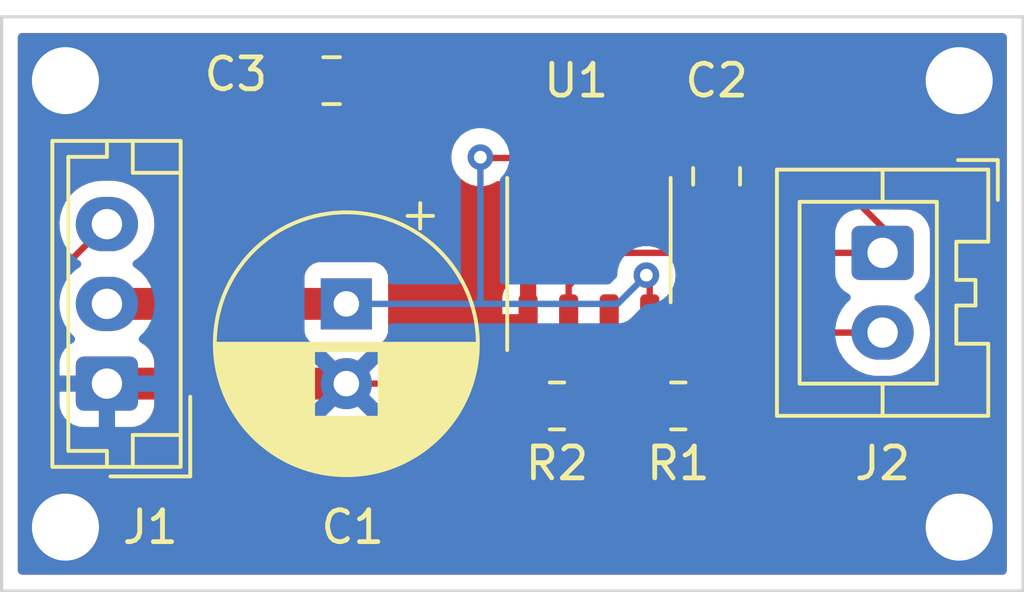
<source format=kicad_pcb>
(kicad_pcb (version 20211014) (generator pcbnew)
  (layers (0 "F.Cu" signal) (31 "B.Cu" signal) (34 "B.Paste" user) (35 "F.Paste" user) (36 "B.SilkS" user "B.Silkscreen") (37 "F.SilkS" user "F.Silkscreen") (38 "B.Mask" user) (39 "F.Mask" user) (44 "Edge.Cuts" user))
  (net 0 "")
  (net 1 "VIN")
  (net 2 "GND")
  (net 3 "Net-(C2-Pad2)")
  (net 4 "Net-(C3-Pad1)")
  (net 5 "OUT")
  (net 6 "Net-(J2-Pad2)")
  (net 7 "Net-(R1-Pad1)")
  (footprint "Resistor_SMD:R_0805_2012Metric" (layer "F.Cu") (at 60.2 39.2)
    (fp_text reference "R1" (at 0 1.8) (layer "F.SilkS"))
    (fp_text value "1k")
    (fp_line (start -0.227064 -0.735) (end 0.227064 -0.735) (layer "F.SilkS") (width 0.12))
    (fp_line (start -0.227064 0.735) (end 0.227064 0.735) (layer "F.SilkS") (width 0.12))
    (pad "1" smd roundrect (at -0.9125 0) (size 1.025 1.4) (layers "F.Cu" "F.Paste" "F.Mask") (roundrect_rratio 0.243902439) (net 7 "Net-(R1-Pad1)"))
    (pad "2" smd roundrect (at 0.9125 0) (size 1.025 1.4) (layers "F.Cu" "F.Paste" "F.Mask") (roundrect_rratio 0.243902439) (net 6 "Net-(J2-Pad2)"))
  )
  (footprint "Capacitor_SMD:C_0805_2012Metric" (layer "F.Cu") (at 61.4 32 90)
    (fp_text reference "C2" (at 3 0 180) (layer "F.SilkS"))
    (fp_text value "100n")
    (fp_line (start -0.261252 0.735) (end 0.261252 0.735) (layer "F.SilkS") (width 0.12))
    (fp_line (start -0.261252 -0.735) (end 0.261252 -0.735) (layer "F.SilkS") (width 0.12))
    (pad "1" smd roundrect (at -0.95 0 90) (size 1 1.45) (layers "F.Cu" "F.Paste" "F.Mask") (net 2 "GND"))
    (pad "2" smd roundrect (at 0.95 0 90) (size 1 1.45) (layers "F.Cu" "F.Paste" "F.Mask") (net 3 "Net-(C2-Pad2)"))
  )
  (footprint "Resistor_SMD:R_0805_2012Metric" (layer "F.Cu") (at 56.4 39.2 180)
    (fp_text reference "R2" (at 0 -1.8) (layer "F.SilkS"))
    (fp_text value "1k")
    (fp_line (start -0.227064 0.735) (end 0.227064 0.735) (layer "F.SilkS") (width 0.12))
    (fp_line (start -0.227064 -0.735) (end 0.227064 -0.735) (layer "F.SilkS") (width 0.12))
    (pad "1" smd roundrect (at -0.9125 0 180) (size 1.025 1.4) (layers "F.Cu" "F.Paste" "F.Mask") (roundrect_rratio 0.243902439) (net 7 "Net-(R1-Pad1)"))
    (pad "2" smd roundrect (at 0.9125 0 180) (size 1.025 1.4) (layers "F.Cu" "F.Paste" "F.Mask") (roundrect_rratio 0.243902439) (net 5 "OUT"))
  )
  (footprint "Package_SO:SO-8_3.9x4.9mm_P1.27mm" (layer "F.Cu") (at 57.4 34 90)
    (fp_text reference "U1" (at 5 -0.4 180) (layer "F.SilkS"))
    (fp_text value "TLC555xP")
    (fp_line (start 0 2.56) (end 1.95 2.56) (layer "F.SilkS") (width 0.12))
    (fp_line (start 0 -2.56) (end 1.95 -2.56) (layer "F.SilkS") (width 0.12))
    (fp_line (start 0 2.56) (end -1.95 2.56) (layer "F.SilkS") (width 0.12))
    (fp_line (start 0 -2.56) (end -3.45 -2.56) (layer "F.SilkS") (width 0.12))
    (pad "1" smd roundrect (at -2.575 -1.905 90) (size 1.75 0.6) (layers "F.Cu" "F.Paste" "F.Mask") (net 2 "GND"))
    (pad "2" smd roundrect (at -2.575 -0.635 90) (size 1.75 0.6) (layers "F.Cu" "F.Paste" "F.Mask") (net 4 "Net-(C3-Pad1)"))
    (pad "3" smd roundrect (at -2.575 0.635 90) (size 1.75 0.6) (layers "F.Cu" "F.Paste" "F.Mask") (net 7 "Net-(R1-Pad1)"))
    (pad "4" smd roundrect (at -2.575 1.905 90) (size 1.75 0.6) (layers "F.Cu" "F.Paste" "F.Mask") (net 1 "VIN"))
    (pad "5" smd roundrect (at 2.575 1.905 90) (size 1.75 0.6) (layers "F.Cu" "F.Paste" "F.Mask") (net 3 "Net-(C2-Pad2)"))
    (pad "6" smd roundrect (at 2.575 0.635 90) (size 1.75 0.6) (layers "F.Cu" "F.Paste" "F.Mask") (net 4 "Net-(C3-Pad1)"))
    (pad "7" smd roundrect (at 2.575 -0.635 90) (size 1.75 0.6) (layers "F.Cu" "F.Paste" "F.Mask"))
    (pad "8" smd roundrect (at 2.575 -1.905 90) (size 1.75 0.6) (layers "F.Cu" "F.Paste" "F.Mask") (net 1 "VIN"))
  )
  (footprint "Connector_JST:JST_XA_B02B-XASK-1_1x02_P2.50mm_Vertical" (layer "F.Cu") (at 66.6 34.4 -90)
    (fp_text reference "J2" (at 6.6 0 180) (layer "F.SilkS"))
    (fp_text value "Conn_01x02_Male")
    (fp_line (start 1.65 -2.31) (end 1.65 -2.91) (layer "F.SilkS") (width 0.12))
    (fp_line (start 2.85 -3.31) (end 2.85 -2.31) (layer "F.SilkS") (width 0.12))
    (fp_line (start -1.66 -3.61) (end -2.91 -3.61) (layer "F.SilkS") (width 0.12))
    (fp_line (start 0.85 -2.31) (end -0.35 -2.31) (layer "F.SilkS") (width 0.12))
    (fp_line (start 4.1 -1.7) (end -1.6 -1.7) (layer "F.SilkS") (width 0.12))
    (fp_line (start 1.65 -2.91) (end 0.85 -2.91) (layer "F.SilkS") (width 0.12))
    (fp_line (start -2.91 -3.61) (end -2.91 -2.36) (layer "F.SilkS") (width 0.12))
    (fp_line (start -1.6 -1.7) (end -1.6 2.6) (layer "F.SilkS") (width 0.12))
    (fp_line (start -0.35 -2.31) (end -0.35 -3.31) (layer "F.SilkS") (width 0.12))
    (fp_line (start 5.11 -3.31) (end 2.85 -3.31) (layer "F.SilkS") (width 0.12))
    (fp_line (start -1.6 2.6) (end 4.1 2.6) (layer "F.SilkS") (width 0.12))
    (fp_line (start 0.85 -2.91) (end 0.85 -2.31) (layer "F.SilkS") (width 0.12))
    (fp_line (start -2.61 0) (end -1.6 0) (layer "F.SilkS") (width 0.12))
    (fp_line (start 5.11 3.31) (end 5.11 -3.31) (layer "F.SilkS") (width 0.12))
    (fp_line (start 2.85 -2.31) (end 1.65 -2.31) (layer "F.SilkS") (width 0.12))
    (fp_line (start 5.11 0) (end 4.1 0) (layer "F.SilkS") (width 0.12))
    (fp_line (start -2.61 -3.31) (end -2.61 3.31) (layer "F.SilkS") (width 0.12))
    (fp_line (start 4.1 2.6) (end 4.1 -1.7) (layer "F.SilkS") (width 0.12))
    (fp_line (start -2.61 3.31) (end 5.11 3.31) (layer "F.SilkS") (width 0.12))
    (fp_line (start -0.35 -3.31) (end -2.61 -3.31) (layer "F.SilkS") (width 0.12))
    (pad "1" thru_hole roundrect (at 0 0 270) (size 1.7 1.95) (drill 0.95) (layers *.Cu *.Mask) (roundrect_rratio 0.1470588235) (net 4 "Net-(C3-Pad1)"))
    (pad "2" thru_hole oval (at 2.5 0 270) (size 1.7 1.95) (drill 0.95) (layers *.Cu *.Mask) (net 6 "Net-(J2-Pad2)"))
  )
  (footprint "Capacitor_SMD:C_0805_2012Metric" (layer "F.Cu") (at 49.338748 29 180)
    (fp_text reference "C3" (at 3 0.2) (layer "F.SilkS"))
    (fp_text value "C")
    (fp_line (start -0.261252 0.735) (end 0.261252 0.735) (layer "F.SilkS") (width 0.12))
    (fp_line (start -0.261252 -0.735) (end 0.261252 -0.735) (layer "F.SilkS") (width 0.12))
    (pad "1" smd roundrect (at -0.95 0 180) (size 1 1.45) (layers "F.Cu" "F.Paste" "F.Mask") (net 4 "Net-(C3-Pad1)"))
    (pad "2" smd roundrect (at 0.95 0 180) (size 1 1.45) (layers "F.Cu" "F.Paste" "F.Mask") (net 2 "GND"))
  )
  (footprint "Connector_JST:JST_EH_B3B-EH-A_1x03_P2.50mm_Vertical" (layer "F.Cu") (at 42.3 38.5 90)
    (fp_text reference "J1" (at -4.5 1.36 180) (layer "F.SilkS"))
    (fp_text value "Conn_01x03_Male")
    (fp_line (start -2.11 -1.21) (end 7.11 -1.21) (layer "F.SilkS") (width 0.12))
    (fp_line (start 7.11 0) (end 7.61 0) (layer "F.SilkS") (width 0.12))
    (fp_line (start -2.61 0) (end -2.11 0) (layer "F.SilkS") (width 0.12))
    (fp_line (start 6.61 0.81) (end 6.61 2.31) (layer "F.SilkS") (width 0.12))
    (fp_line (start 7.61 -1.71) (end -2.61 -1.71) (layer "F.SilkS") (width 0.12))
    (fp_line (start -2.61 -1.71) (end -2.61 2.31) (layer "F.SilkS") (width 0.12))
    (fp_line (start -2.11 0) (end -2.11 -1.21) (layer "F.SilkS") (width 0.12))
    (fp_line (start -2.61 2.31) (end 7.61 2.31) (layer "F.SilkS") (width 0.12))
    (fp_line (start 7.61 0.81) (end 6.61 0.81) (layer "F.SilkS") (width 0.12))
    (fp_line (start -2.61 0.81) (end -1.61 0.81) (layer "F.SilkS") (width 0.12))
    (fp_line (start 7.61 2.31) (end 7.61 -1.71) (layer "F.SilkS") (width 0.12))
    (fp_line (start -2.91 2.61) (end -0.41 2.61) (layer "F.SilkS") (width 0.12))
    (fp_line (start -2.91 0.11) (end -2.91 2.61) (layer "F.SilkS") (width 0.12))
    (fp_line (start -1.61 0.81) (end -1.61 2.31) (layer "F.SilkS") (width 0.12))
    (fp_line (start 7.11 -1.21) (end 7.11 0) (layer "F.SilkS") (width 0.12))
    (pad "1" thru_hole roundrect (at 0 0 90) (size 1.7 1.95) (drill 0.95) (layers *.Cu *.Mask) (roundrect_rratio 0.1470588235) (net 2 "GND"))
    (pad "2" thru_hole oval (at 2.5 0 90) (size 1.7 1.95) (drill 0.95) (layers *.Cu *.Mask) (net 1 "VIN"))
    (pad "3" thru_hole oval (at 5 0 90) (size 1.7 1.95) (drill 0.95) (layers *.Cu *.Mask) (net 5 "OUT"))
  )
  (footprint "Capacitor_THT:CP_Radial_D8.0mm_P2.50mm" (layer "F.Cu") (at 49.8 36 -90)
    (fp_text reference "C1" (at 7 -0.2 180) (layer "F.SilkS"))
    (fp_text value "C_Polarized")
    (fp_line (start 5.011 -1.645) (end 5.011 1.645) (layer "F.SilkS") (width 0.12))
    (fp_line (start 4.691 -2.228) (end 4.691 2.228) (layer "F.SilkS") (width 0.12))
    (fp_line (start 4.211 -2.826) (end 4.211 2.826) (layer "F.SilkS") (width 0.12))
    (fp_line (start 3.051 -3.666) (end 3.051 -1.04) (layer "F.SilkS") (width 0.12))
    (fp_line (start 2.371 1.04) (end 2.371 3.925) (layer "F.SilkS") (width 0.12))
    (fp_line (start 2.611 -3.85) (end 2.611 -1.04) (layer "F.SilkS") (width 0.12))
    (fp_line (start 4.011 -3.019) (end 4.011 3.019) (layer "F.SilkS") (width 0.12))
    (fp_line (start 2.091 -3.994) (end 2.091 -1.04) (layer "F.SilkS") (width 0.12))
    (fp_line (start 2.971 1.04) (end 2.971 3.704) (layer "F.SilkS") (width 0.12))
    (fp_line (start 3.651 -3.309) (end 3.651 3.309) (layer "F.SilkS") (width 0.12))
    (fp_line (start 5.291 -0.768) (end 5.291 0.768) (layer "F.SilkS") (width 0.12))
    (fp_line (start 3.771 -3.22) (end 3.771 3.22) (layer "F.SilkS") (width 0.12))
    (fp_line (start 3.291 1.04) (end 3.291 3.54) (layer "F.SilkS") (width 0.12))
    (fp_line (start 1.85 -4.037) (end 1.85 -1.04) (layer "F.SilkS") (width 0.12))
    (fp_line (start 2.131 1.04) (end 2.131 3.985) (layer "F.SilkS") (width 0.12))
    (fp_line (start 3.491 -3.418) (end 3.491 -1.04) (layer "F.SilkS") (width 0.12))
    (fp_line (start 4.731 -2.166) (end 4.731 2.166) (layer "F.SilkS") (width 0.12))
    (fp_line (start 1.25 -4.08) (end 1.25 4.08) (layer "F.SilkS") (width 0.12))
    (fp_line (start 2.051 1.04) (end 2.051 4.002) (layer "F.SilkS") (width 0.12))
    (fp_line (start 2.291 -3.947) (end 2.291 -1.04) (layer "F.SilkS") (width 0.12))
    (fp_line (start -2.759698 -2.715) (end -2.759698 -1.915) (layer "F.SilkS") (width 0.12))
    (fp_line (start 1.65 1.04) (end 1.65 4.061) (layer "F.SilkS") (width 0.12))
    (fp_line (start 4.531 -2.454) (end 4.531 2.454) (layer "F.SilkS") (width 0.12))
    (fp_line (start -3.159698 -2.315) (end -2.359698 -2.315) (layer "F.SilkS") (width 0.12))
    (fp_line (start 3.091 1.04) (end 3.091 3.647) (layer "F.SilkS") (width 0.12))
    (fp_line (start 2.851 1.04) (end 2.851 3.757) (layer "F.SilkS") (width 0.12))
    (fp_line (start 2.051 -4.002) (end 2.051 -1.04) (layer "F.SilkS") (width 0.12))
    (fp_line (start 1.53 1.04) (end 1.53 4.071) (layer "F.SilkS") (width 0.12))
    (fp_line (start 3.211 -3.584) (end 3.211 -1.04) (layer "F.SilkS") (width 0.12))
    (fp_line (start 3.611 -3.338) (end 3.611 3.338) (layer "F.SilkS") (width 0.12))
    (fp_line (start 3.171 1.04) (end 3.171 3.606) (layer "F.SilkS") (width 0.12))
    (fp_line (start 4.451 -2.556) (end 4.451 2.556) (layer "F.SilkS") (width 0.12))
    (fp_line (start 1.61 1.04) (end 1.61 4.065) (layer "F.SilkS") (width 0.12))
    (fp_line (start 2.691 -3.821) (end 2.691 -1.04) (layer "F.SilkS") (width 0.12))
    (fp_line (start 4.131 -2.907) (end 4.131 2.907) (layer "F.SilkS") (width 0.12))
    (fp_line (start 3.211 1.04) (end 3.211 3.584) (layer "F.SilkS") (width 0.12))
    (fp_line (start 3.451 1.04) (end 3.451 3.444) (layer "F.SilkS") (width 0.12))
    (fp_line (start 4.291 -2.741) (end 4.291 2.741) (layer "F.SilkS") (width 0.12))
    (fp_line (start 4.171 -2.867) (end 4.171 2.867) (layer "F.SilkS") (width 0.12))
    (fp_line (start 3.891 -3.124) (end 3.891 3.124) (layer "F.SilkS") (width 0.12))
    (fp_line (start 2.971 -3.704) (end 2.971 -1.04) (layer "F.SilkS") (width 0.12))
    (fp_line (start 3.971 -3.055) (end 3.971 3.055) (layer "F.SilkS") (width 0.12))
    (fp_line (start 3.091 -3.647) (end 3.091 -1.04) (layer "F.SilkS") (width 0.12))
    (fp_line (start 2.211 -3.967) (end 2.211 -1.04) (layer "F.SilkS") (width 0.12))
    (fp_line (start 1.81 -4.042) (end 1.81 -1.04) (layer "F.SilkS") (width 0.12))
    (fp_line (start 4.611 -2.345) (end 4.611 2.345) (layer "F.SilkS") (width 0.12))
    (fp_line (start 3.411 -3.469) (end 3.411 -1.04) (layer "F.SilkS") (width 0.12))
    (fp_line (start 4.931 -1.813) (end 4.931 1.813) (layer "F.SilkS") (width 0.12))
    (fp_line (start 4.891 -1.89) (end 4.891 1.89) (layer "F.SilkS") (width 0.12))
    (fp_line (start 4.251 -2.784) (end 4.251 2.784) (layer "F.SilkS") (width 0.12))
    (fp_line (start 3.331 -3.517) (end 3.331 -1.04) (layer "F.SilkS") (width 0.12))
    (fp_line (start 3.131 1.04) (end 3.131 3.627) (layer "F.SilkS") (width 0.12))
    (fp_line (start 2.451 1.04) (end 2.451 3.902) (layer "F.SilkS") (width 0.12))
    (fp_line (start 2.611 1.04) (end 2.611 3.85) (layer "F.SilkS") (width 0.12))
    (fp_line (start 1.77 -4.048) (end 1.77 -1.04) (layer "F.SilkS") (width 0.12))
    (fp_line (start 1.89 -4.03) (end 1.89 -1.04) (layer "F.SilkS") (width 0.12))
    (fp_line (start 1.73 1.04) (end 1.73 4.052) (layer "F.SilkS") (width 0.12))
    (fp_line (start 4.371 -2.651) (end 4.371 2.651) (layer "F.SilkS") (width 0.12))
    (fp_line (start 3.131 -3.627) (end 3.131 -1.04) (layer "F.SilkS") (width 0.12))
    (fp_line (start 4.811 -2.034) (end 4.811 2.034) (layer "F.SilkS") (width 0.12))
    (fp_line (start 2.651 1.04) (end 2.651 3.835) (layer "F.SilkS") (width 0.12))
    (fp_line (start 2.891 1.04) (end 2.891 3.74) (layer "F.SilkS") (width 0.12))
    (fp_line (start 3.011 1.04) (end 3.011 3.686) (layer "F.SilkS") (width 0.12))
    (fp_line (start 4.491 -2.505) (end 4.491 2.505) (layer "F.SilkS") (width 0.12))
    (fp_line (start 1.93 1.04) (end 1.93 4.024) (layer "F.SilkS") (width 0.12))
    (fp_line (start 1.65 -4.061) (end 1.65 -1.04) (layer "F.SilkS") (width 0.12))
    (fp_line (start 2.811 1.04) (end 2.811 3.774) (layer "F.SilkS") (width 0.12))
    (fp_line (start 4.051 -2.983) (end 4.051 2.983) (layer "F.SilkS") (width 0.12))
    (fp_line (start 4.571 -2.4) (end 4.571 2.4) (layer "F.SilkS") (width 0.12))
    (fp_line (start 3.571 -3.365) (end 3.571 3.365) (layer "F.SilkS") (width 0.12))
    (fp_line (start 5.131 -1.346) (end 5.131 1.346) (layer "F.SilkS") (width 0.12))
    (fp_line (start 4.411 -2.604) (end 4.411 2.604) (layer "F.SilkS") (width 0.12))
    (fp_line (start 2.571 1.04) (end 2.571 3.863) (layer "F.SilkS") (width 0.12))
    (fp_line (start 2.691 1.04) (end 2.691 3.821) (layer "F.SilkS") (width 0.12))
    (fp_line (start 2.571 -3.863) (end 2.571 -1.04) (layer "F.SilkS") (width 0.12))
    (fp_line (start 3.691 -3.28) (end 3.691 3.28) (layer "F.SilkS") (width 0.12))
    (fp_line (start 3.291 -3.54) (end 3.291 -1.04) (layer "F.SilkS") (width 0.12))
    (fp_line (start 2.651 -3.835) (end 2.651 -1.04) (layer "F.SilkS") (width 0.12))
    (fp_line (start 3.491 1.04) (end 3.491 3.418) (layer "F.SilkS") (width 0.12))
    (fp_line (start 1.971 -4.017) (end 1.971 -1.04) (layer "F.SilkS") (width 0.12))
    (fp_line (start 1.73 -4.052) (end 1.73 -1.04) (layer "F.SilkS") (width 0.12))
    (fp_line (start 2.451 -3.902) (end 2.451 -1.04) (layer "F.SilkS") (width 0.12))
    (fp_line (start 1.93 -4.024) (end 1.93 -1.04) (layer "F.SilkS") (width 0.12))
    (fp_line (start 2.931 1.04) (end 2.931 3.722) (layer "F.SilkS") (width 0.12))
    (fp_line (start 1.57 1.04) (end 1.57 4.068) (layer "F.SilkS") (width 0.12))
    (fp_line (start 4.331 -2.697) (end 4.331 2.697) (layer "F.SilkS") (width 0.12))
    (fp_line (start 2.371 -3.925) (end 2.371 -1.04) (layer "F.SilkS") (width 0.12))
    (fp_line (start 3.331 1.04) (end 3.331 3.517) (layer "F.SilkS") (width 0.12))
    (fp_line (start 2.091 1.04) (end 2.091 3.994) (layer "F.SilkS") (width 0.12))
    (fp_line (start 1.77 1.04) (end 1.77 4.048) (layer "F.SilkS") (width 0.12))
    (fp_line (start 2.851 -3.757) (end 2.851 -1.04) (layer "F.SilkS") (width 0.12))
    (fp_line (start 4.651 -2.287) (end 4.651 2.287) (layer "F.SilkS") (width 0.12))
    (fp_line (start 3.851 -3.156) (end 3.851 3.156) (layer "F.SilkS") (width 0.12))
    (fp_line (start 4.851 -1.964) (end 4.851 1.964) (layer "F.SilkS") (width 0.12))
    (fp_line (start 1.53 -4.071) (end 1.53 -1.04) (layer "F.SilkS") (width 0.12))
    (fp_line (start 2.891 -3.74) (end 2.891 -1.04) (layer "F.SilkS") (width 0.12))
    (fp_line (start 1.41 -4.077) (end 1.41 4.077) (layer "F.SilkS") (width 0.12))
    (fp_line (start 1.81 1.04) (end 1.81 4.042) (layer "F.SilkS") (width 0.12))
    (fp_line (start 2.491 -3.889) (end 2.491 -1.04) (layer "F.SilkS") (width 0.12))
    (fp_line (start 1.69 -4.057) (end 1.69 -1.04) (layer "F.SilkS") (width 0.12))
    (fp_line (start 2.331 -3.936) (end 2.331 -1.04) (layer "F.SilkS") (width 0.12))
    (fp_line (start 3.531 1.04) (end 3.531 3.392) (layer "F.SilkS") (width 0.12))
    (fp_line (start 2.411 -3.914) (end 2.411 -1.04) (layer "F.SilkS") (width 0.12))
    (fp_line (start 2.291 1.04) (end 2.291 3.947) (layer "F.SilkS") (width 0.12))
    (fp_line (start 2.931 -3.722) (end 2.931 -1.04) (layer "F.SilkS") (width 0.12))
    (fp_line (start 3.371 1.04) (end 3.371 3.493) (layer "F.SilkS") (width 0.12))
    (fp_line (start 4.091 -2.945) (end 4.091 2.945) (layer "F.SilkS") (width 0.12))
    (fp_line (start 2.011 -4.01) (end 2.011 -1.04) (layer "F.SilkS") (width 0.12))
    (fp_line (start 3.011 -3.686) (end 3.011 -1.04) (layer "F.SilkS") (width 0.12))
    (fp_line (start 5.171 -1.229) (end 5.171 1.229) (layer "F.SilkS") (width 0.12))
    (fp_line (start 2.411 1.04) (end 2.411 3.914) (layer "F.SilkS") (width 0.12))
    (fp_line (start 2.011 1.04) (end 2.011 4.01) (layer "F.SilkS") (width 0.12))
    (fp_line (start 2.331 1.04) (end 2.331 3.936) (layer "F.SilkS") (width 0.12))
    (fp_line (start 3.731 -3.25) (end 3.731 3.25) (layer "F.SilkS") (width 0.12))
    (fp_line (start 3.051 1.04) (end 3.051 3.666) (layer "F.SilkS") (width 0.12))
    (fp_line (start 1.89 1.04) (end 1.89 4.03) (layer "F.SilkS") (width 0.12))
    (fp_line (start 1.49 -4.074) (end 1.49 -1.04) (layer "F.SilkS") (width 0.12))
    (fp_line (start 1.971 1.04) (end 1.971 4.017) (layer "F.SilkS") (width 0.12))
    (fp_line (start 2.811 -3.774) (end 2.811 -1.04) (layer "F.SilkS") (width 0.12))
    (fp_line (start 4.971 -1.731) (end 4.971 1.731) (layer "F.SilkS") (width 0.12))
    (fp_line (start 1.69 1.04) (end 1.69 4.057) (layer "F.SilkS") (width 0.12))
    (fp_line (start 5.051 -1.552) (end 5.051 1.552) (layer "F.SilkS") (width 0.12))
    (fp_line (start 2.771 -3.79) (end 2.771 -1.04) (layer "F.SilkS") (width 0.12))
    (fp_line (start 3.251 1.04) (end 3.251 3.562) (layer "F.SilkS") (width 0.12))
    (fp_line (start 3.251 -3.562) (end 3.251 -1.04) (layer "F.SilkS") (width 0.12))
    (fp_line (start 5.251 -0.948) (end 5.251 0.948) (layer "F.SilkS") (width 0.12))
    (fp_line (start 2.171 -3.976) (end 2.171 -1.04) (layer "F.SilkS") (width 0.12))
    (fp_line (start 2.211 1.04) (end 2.211 3.967) (layer "F.SilkS") (width 0.12))
    (fp_line (start 2.171 1.04) (end 2.171 3.976) (layer "F.SilkS") (width 0.12))
    (fp_line (start 3.531 -3.392) (end 3.531 -1.04) (layer "F.SilkS") (width 0.12))
    (fp_line (start 5.331 -0.533) (end 5.331 0.533) (layer "F.SilkS") (width 0.12))
    (fp_line (start 4.771 -2.102) (end 4.771 2.102) (layer "F.SilkS") (width 0.12))
    (fp_line (start 2.131 -3.985) (end 2.131 -1.04) (layer "F.SilkS") (width 0.12))
    (fp_line (start 2.731 -3.805) (end 2.731 -1.04) (layer "F.SilkS") (width 0.12))
    (fp_line (start 1.37 -4.079) (end 1.37 4.079) (layer "F.SilkS") (width 0.12))
    (fp_line (start 5.091 -1.453) (end 5.091 1.453) (layer "F.SilkS") (width 0.12))
    (fp_line (start 2.531 1.04) (end 2.531 3.877) (layer "F.SilkS") (width 0.12))
    (fp_line (start 1.33 -4.08) (end 1.33 4.08) (layer "F.SilkS") (width 0.12))
    (fp_line (start 1.85 1.04) (end 1.85 4.037) (layer "F.SilkS") (width 0.12))
    (fp_line (start 1.61 -4.065) (end 1.61 -1.04) (layer "F.SilkS") (width 0.12))
    (fp_line (start 2.731 1.04) (end 2.731 3.805) (layer "F.SilkS") (width 0.12))
    (fp_line (start 1.49 1.04) (end 1.49 4.074) (layer "F.SilkS") (width 0.12))
    (fp_line (start 1.45 -4.076) (end 1.45 4.076) (layer "F.SilkS") (width 0.12))
    (fp_line (start 1.29 -4.08) (end 1.29 4.08) (layer "F.SilkS") (width 0.12))
    (fp_line (start 3.931 -3.09) (end 3.931 3.09) (layer "F.SilkS") (width 0.12))
    (fp_line (start 1.57 -4.068) (end 1.57 -1.04) (layer "F.SilkS") (width 0.12))
    (fp_line (start 2.491 1.04) (end 2.491 3.889) (layer "F.SilkS") (width 0.12))
    (fp_line (start 3.811 -3.189) (end 3.811 3.189) (layer "F.SilkS") (width 0.12))
    (fp_line (start 3.411 1.04) (end 3.411 3.469) (layer "F.SilkS") (width 0.12))
    (fp_line (start 3.171 -3.606) (end 3.171 -1.04) (layer "F.SilkS") (width 0.12))
    (fp_line (start 5.211 -1.098) (end 5.211 1.098) (layer "F.SilkS") (width 0.12))
    (fp_line (start 3.451 -3.444) (end 3.451 -1.04) (layer "F.SilkS") (width 0.12))
    (fp_line (start 2.771 1.04) (end 2.771 3.79) (layer "F.SilkS") (width 0.12))
    (fp_line (start 3.371 -3.493) (end 3.371 -1.04) (layer "F.SilkS") (width 0.12))
    (fp_line (start 2.531 -3.877) (end 2.531 -1.04) (layer "F.SilkS") (width 0.12))
    (fp_line (start 2.251 1.04) (end 2.251 3.957) (layer "F.SilkS") (width 0.12))
    (fp_line (start 2.251 -3.957) (end 2.251 -1.04) (layer "F.SilkS") (width 0.12))
    (fp_circle (center 1.25 0) (end 5.37 0) (layer "F.SilkS") (width 0.12) (fill none))
    (pad "1" thru_hole rect (at 0 0 270) (size 1.6 1.6) (drill 0.8) (layers *.Cu *.Mask) (net 1 "VIN"))
    (pad "2" thru_hole circle (at 2.5 0 270) (size 1.6 1.6) (drill 0.8) (layers *.Cu *.Mask) (net 2 "GND"))
  )
  (gr_line (start 71 27) (end 71 45) (layer "Edge.Cuts") (width 0.1))
  (gr_line (start 71 45) (end 39 45) (layer "Edge.Cuts") (width 0.1))
  (gr_line (start 39 45) (end 39 27) (layer "Edge.Cuts") (width 0.1))
  (gr_line (start 39 27) (end 71 27) (layer "Edge.Cuts") (width 0.1))
  (segment (start 59.305 35.2045) (end 59.2 35.0995) (width 0.2) (layer "F.Cu") (net 1))
  (segment (start 55.495 31.425) (end 54.025 31.425) (width 0.2) (layer "F.Cu") (net 1))
  (segment (start 42.3 36) (end 49.8 36) (width 1) (layer "F.Cu") (net 1))
  (segment (start 54.025 31.425) (end 54 31.4) (width 0.2) (layer "F.Cu") (net 1))
  (segment (start 59.305 36.575) (end 59.305 35.2045) (width 0.2) (layer "F.Cu") (net 1))
  (via (at 59.2 35.0995) (size 0.8) (drill 0.4) (layers "F.Cu" "B.Cu") (net 1))
  (via (at 54 31.4) (size 0.8) (drill 0.4) (layers "F.Cu" "B.Cu") (net 1))
  (segment (start 59.2 35.0995) (end 58.2995 36) (width 0.2) (layer "B.Cu") (net 1))
  (segment (start 54 36) (end 49.8 36) (width 0.2) (layer "B.Cu") (net 1))
  (segment (start 58.2995 36) (end 54 36) (width 0.2) (layer "B.Cu") (net 1))
  (segment (start 54 31.4) (end 54 36) (width 0.2) (layer "B.Cu") (net 1))
  (segment (start 42.3 38.5) (end 49.8 38.5) (width 1) (layer "F.Cu") (net 2))
  (segment (start 48.388748 29.388748) (end 52 33) (width 0.2) (layer "F.Cu") (net 2))
  (segment (start 55.495 33.095) (end 55.4 33) (width 0.2) (layer "F.Cu") (net 2))
  (segment (start 55.495 36.575) (end 53.57 38.5) (width 0.2) (layer "F.Cu") (net 2))
  (segment (start 48.388748 29) (end 48.388748 29.388748) (width 0.2) (layer "F.Cu") (net 2))
  (segment (start 55.4 33) (end 61.35 33) (width 0.2) (layer "F.Cu") (net 2))
  (segment (start 52 33) (end 55.4 33) (width 0.2) (layer "F.Cu") (net 2))
  (segment (start 55.495 36.575) (end 55.495 33.095) (width 0.2) (layer "F.Cu") (net 2))
  (segment (start 61.35 33) (end 61.4 32.95) (width 0.2) (layer "F.Cu") (net 2))
  (segment (start 53.57 38.5) (end 49.8 38.5) (width 0.2) (layer "F.Cu") (net 2))
  (via (at 41 29) (size 2.4) (drill 2.1) (layers "F.Cu" "B.Cu") (net 2))
  (via (at 69 43) (size 2.4) (drill 2.1) (layers "F.Cu" "B.Cu") (net 2))
  (via (at 41 43) (size 2.4) (drill 2.1) (layers "F.Cu" "B.Cu") (net 2))
  (via (at 69 29) (size 2.4) (drill 2.1) (layers "F.Cu" "B.Cu") (net 2))
  (segment (start 61.4 31.05) (end 59.68 31.05) (width 0.2) (layer "F.Cu") (net 3))
  (segment (start 59.68 31.05) (end 59.305 31.425) (width 0.2) (layer "F.Cu") (net 3))
  (segment (start 59.305 30.905) (end 59.305 31.425) (width 0.2) (layer "F.Cu") (net 3))
  (segment (start 66.6 33.6) (end 66.6 34.4) (width 0.2) (layer "F.Cu") (net 4))
  (segment (start 66.4 34.2) (end 66.6 34.4) (width 0.2) (layer "F.Cu") (net 4))
  (segment (start 57.8 34.4) (end 66.6 34.4) (width 0.2) (layer "F.Cu") (net 4))
  (segment (start 63 30) (end 66.6 33.6) (width 0.2) (layer "F.Cu") (net 4))
  (segment (start 58.035 31.425) (end 58 31.39) (width 0.2) (layer "F.Cu") (net 4))
  (segment (start 51.288748 30) (end 57.4 30) (width 0.2) (layer "F.Cu") (net 4))
  (segment (start 58.035 30.635) (end 57.4 30) (width 0.2) (layer "F.Cu") (net 4))
  (segment (start 58.4 30) (end 58.6 30) (width 0.2) (layer "F.Cu") (net 4))
  (segment (start 50.288748 29) (end 51.288748 30) (width 0.2) (layer "F.Cu") (net 4))
  (segment (start 58 31.39) (end 58 30.4) (width 0.2) (layer "F.Cu") (net 4))
  (segment (start 58.035 31.425) (end 58.035 30.635) (width 0.2) (layer "F.Cu") (net 4))
  (segment (start 57.4 30) (end 58.6 30) (width 0.2) (layer "F.Cu") (net 4))
  (segment (start 58 30.4) (end 58.4 30) (width 0.2) (layer "F.Cu") (net 4))
  (segment (start 56.765 36.575) (end 56.765 35.435) (width 0.2) (layer "F.Cu") (net 4))
  (segment (start 58.6 30) (end 63 30) (width 0.2) (layer "F.Cu") (net 4))
  (segment (start 56.765 35.435) (end 57.8 34.4) (width 0.2) (layer "F.Cu") (net 4))
  (segment (start 42.3 33.5) (end 40.6 35.2) (width 0.2) (layer "F.Cu") (net 5))
  (segment (start 41.4 40.4) (end 54.2875 40.4) (width 0.2) (layer "F.Cu") (net 5))
  (segment (start 40.6 35.2) (end 40.6 39.6) (width 0.2) (layer "F.Cu") (net 5))
  (segment (start 40.6 39.6) (end 41.4 40.4) (width 0.2) (layer "F.Cu") (net 5))
  (segment (start 54.2875 40.4) (end 55.4875 39.2) (width 0.2) (layer "F.Cu") (net 5))
  (segment (start 66.6 36.9) (end 63.4125 36.9) (width 0.2) (layer "F.Cu") (net 6))
  (segment (start 63.4125 36.9) (end 61.1125 39.2) (width 0.2) (layer "F.Cu") (net 6))
  (segment (start 58.035 38.4775) (end 57.3125 39.2) (width 0.2) (layer "F.Cu") (net 7))
  (segment (start 59.2875 39.2) (end 57.3125 39.2) (width 0.2) (layer "F.Cu") (net 7))
  (segment (start 58.035 36.575) (end 58.035 38.4775) (width 0.2) (layer "F.Cu") (net 7))
  (zone (net 2) (net_name "GND") (layers F&B.Cu) (connect_pads (clearance 0.508)) (min_thickness 0.254) (fill yes (thermal_gap 0.508) (thermal_bridge_width 0.508))
    (polygon (pts (xy 71 45) (xy 39 45) (xy 39 27) (xy 71 27)))
  )
)
</source>
